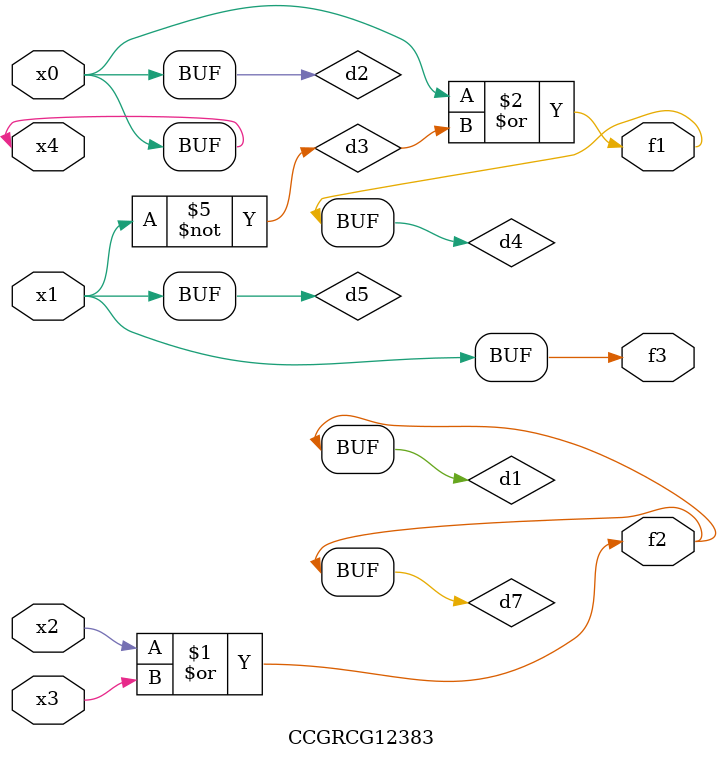
<source format=v>
module CCGRCG12383(
	input x0, x1, x2, x3, x4,
	output f1, f2, f3
);

	wire d1, d2, d3, d4, d5, d6, d7;

	or (d1, x2, x3);
	buf (d2, x0, x4);
	not (d3, x1);
	or (d4, d2, d3);
	not (d5, d3);
	nand (d6, d1, d3);
	or (d7, d1);
	assign f1 = d4;
	assign f2 = d7;
	assign f3 = d5;
endmodule

</source>
